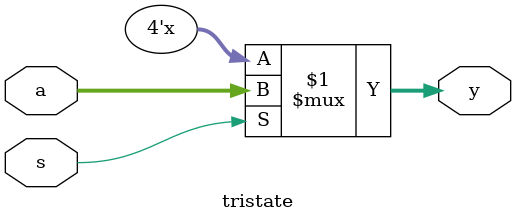
<source format=sv>
module tristate(	input logic [3:0] a,
						input logic s,
						output logic [3:0]y);
			assign y = s ? a : 4'bz; 
endmodule						
</source>
